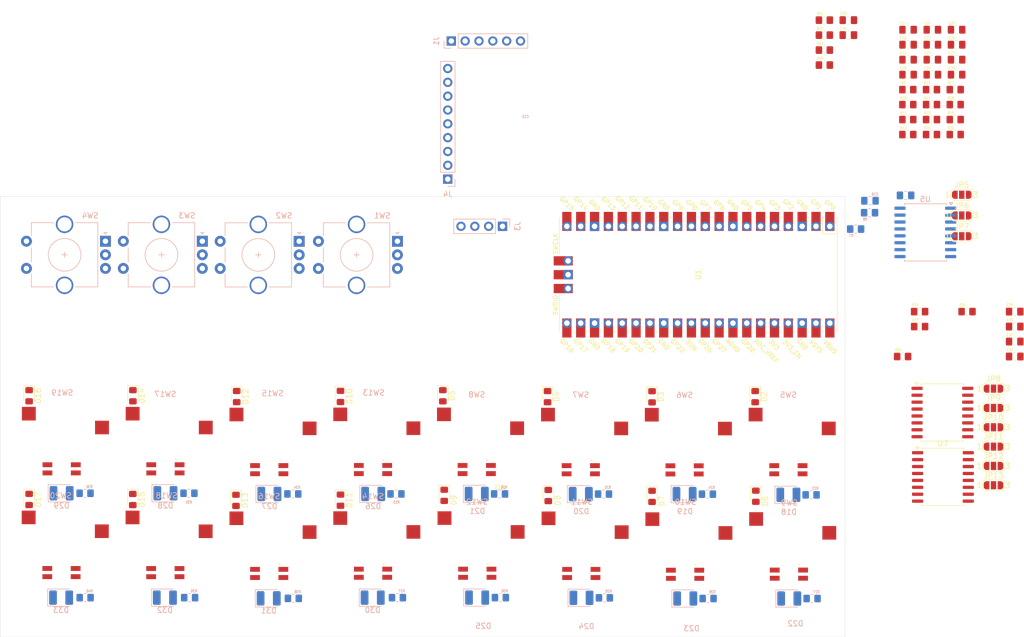
<source format=kicad_pcb>
(kicad_pcb (version 20240108) (generator "pcbnew") (generator_version "8.0")
  (layers (0 "F.Cu" signal) (31 "B.Cu" signal) (34 "B.Paste" user) (35 "F.Paste" user) (36 "B.SilkS" user "B.Silkscreen") (37 "F.SilkS" user "F.Silkscreen") (38 "B.Mask" user) (39 "F.Mask" user) (44 "Edge.Cuts" user))
  (net 0 "")
  (net 1 "/CD")
  (net 4 "/CMD")
  (net 6 "/CLK")
  (net 8 "/DAT0")
  (net 11 "Net-(D2-A)")
  (net 12 "/Pin4")
  (net 13 "Net-(D3-A)")
  (net 14 "Net-(D4-A)")
  (net 15 "Net-(D5-A)")
  (net 16 "GND")
  (net 17 "Net-(D6-A)")
  (net 18 "/Pin5")
  (net 19 "/+5V")
  (net 20 "Net-(D7-A)")
  (net 21 "Net-(D8-A)")
  (net 22 "Net-(D9-A)")
  (net 23 "Net-(D10-A)")
  (net 24 "/Pin6")
  (net 25 "Net-(D11-A)")
  (net 26 "/Pin7")
  (net 27 "Net-(D12-A)")
  (net 28 "Net-(D13-A)")
  (net 29 "Net-(D14-A)")
  (net 30 "/LRCK")
  (net 31 "/DIN")
  (net 32 "Net-(D15-A)")
  (net 33 "/BCK")
  (net 34 "Net-(D16-A)")
  (net 35 "Net-(D17-A)")
  (net 36 "/Pin0")
  (net 37 "/Pin1")
  (net 38 "/Pin2")
  (net 39 "/Pin3")
  (net 41 "/+3V3")
  (net 42 "Net-(JP5-C)")
  (net 43 "Net-(JP6-C)")
  (net 44 "Net-(JP7-C)")
  (net 45 "/Encoder0_Sw")
  (net 46 "/Encoder0_B")
  (net 47 "/Encoder0_A")
  (net 48 "/Encoder2_A")
  (net 49 "/Encoder2_B")
  (net 50 "/Encoder2_Sw")
  (net 51 "/Encoder1_A")
  (net 52 "/Encoder1_B")
  (net 53 "/Encoder3_A")
  (net 54 "/Encoder3_B")
  (net 55 "/Encoder1_Sw")
  (net 56 "/Encoder3_Sw")
  (net 57 "Net-(R9-Pad2)")
  (net 58 "Net-(R10-Pad2)")
  (net 59 "Net-(R11-Pad2)")
  (net 60 "Net-(R12-Pad1)")
  (net 61 "Net-(R13-Pad2)")
  (net 62 "Net-(R14-Pad1)")
  (net 63 "Net-(R15-Pad2)")
  (net 64 "Net-(R16-Pad2)")
  (net 65 "Net-(R17-Pad2)")
  (net 66 "Net-(R18-Pad2)")
  (net 67 "Net-(R19-Pad1)")
  (net 68 "Net-(R20-Pad1)")
  (net 69 "Net-(JP8-C)")
  (net 70 "Net-(JP9-C)")
  (net 71 "Net-(JP10-C)")
  (net 72 "Net-(JP11-C)")
  (net 73 "Net-(JP12-C)")
  (net 74 "Net-(JP13-C)")
  (net 75 "/SCL_Bus_1")
  (net 76 "/SDA_Bus_1")
  (net 77 "/SDA_Bus_0")
  (net 78 "/SCL_Bus_0")
  (net 79 "Net-(D18-A)")
  (net 80 "Net-(D19-A)")
  (net 81 "Net-(D20-A)")
  (net 82 "Net-(D21-A)")
  (net 83 "Net-(D22-A)")
  (net 84 "Net-(D23-A)")
  (net 85 "Net-(D24-A)")
  (net 86 "Net-(D25-A)")
  (net 87 "Net-(D26-A)")
  (net 88 "Net-(D27-A)")
  (net 89 "Net-(D28-A)")
  (net 90 "Net-(D29-A)")
  (net 91 "Net-(D30-A)")
  (net 92 "Net-(D31-A)")
  (net 93 "Net-(D32-A)")
  (net 94 "Net-(D33-A)")
  (net 95 "/LED_Pin7")
  (net 96 "/LED_Pin6")
  (net 97 "/LED_Pin4")
  (net 98 "/LED_Pin2")
  (net 99 "/LED_Pin1")
  (net 101 "/LED_Pin0")
  (net 102 "/LED_Pin5")
  (net 103 "/LED_Pin3")
  (net 104 "/LED_Pin10")
  (net 105 "/LED_Pin14")
  (net 106 "/LED_Pin15")
  (net 107 "/LED_Pin8")
  (net 108 "/LED_Pin13")
  (net 109 "/LED_Pin12")
  (net 110 "/LED_Pin9")
  (net 112 "/LED_Pin11")
  (net 118 "/2")
  (net 119 "/L")
  (net 120 "/R")
  (net 121 "/1")
  (net 122 "/G")
  (net 123 "/3")
  (net 124 "/5")
  (net 125 "/4")
  (footprint "Diode_SMD:D_0805_2012Metric_Pad1.15x1.40mm_HandSolder" (layer "F.Cu") (at 58.528 104.911 -90)
    (property "Reference" "D14")
    (property "Value" "1N4148WS")
  )
  (footprint "Cern_Ignition:R_0805_2012Metric_Pad1.20x1.40mm_HandSolder_modif" (layer "F.Cu") (at 205.1 54.181)
    (property "Reference" "R15")
    (property "Value" "1k")
  )
  (footprint "Diode_SMD:D_0805_2012Metric_Pad1.15x1.40mm_HandSolder" (layer "F.Cu") (at 77.4465 124.1234 -90)
    (property "Reference" "D13")
    (property "Value" "1N4148WS")
  )
  (footprint "Cern_Ignition:C_0805_2012Metric_Pad1.18x1.45mm_HandSolder_modif" (layer "F.Cu") (at 209.7 43.181)
    (property "Reference" "C27")
    (property "Value" "100nF")
  )
  (footprint "Diode_SMD:D_0805_2012Metric_Pad1.15x1.40mm_HandSolder" (layer "F.Cu") (at 134.758 123.239 -90)
    (property "Reference" "D8")
    (property "Value" "1N4148WS")
  )
  (footprint "Cern_Ignition:R_0805_2012Metric_Pad1.20x1.40mm_HandSolder_modif" (layer "F.Cu") (at 199.798 97.703)
    (property "Reference" "R32")
    (property "Value" "4.7k")
  )
  (footprint "Jumper:SolderJumper-3_P1.3mm_Open_RoundedPad1.0x1.5mm_NumberLabels" (layer "F.Cu") (at 216.477 103.603)
    (property "Reference" "JP8")
    (property "Value" "A0_Jumper")
  )
  (footprint "Diode_SMD:D_0805_2012Metric_Pad1.15x1.40mm_HandSolder" (layer "F.Cu") (at 96.628 124.088 -90)
    (property "Reference" "D11")
    (property "Value" "1N4148WS")
  )
  (footprint "Cern_Ignition:R_0805_2012Metric_Pad1.20x1.40mm_HandSolder_modif" (layer "F.Cu") (at 205.1 48.681)
    (property "Reference" "R13")
    (property "Value" "1k")
  )
  (footprint "Cern_Ignition:C_0805_2012Metric_Pad1.18x1.45mm_HandSolder_modif" (layer "F.Cu") (at 205.25 45.931)
    (property "Reference" "C24")
    (property "Value" "100nF")
  )
  (footprint "Jumper:SolderJumper-3_P1.3mm_Open_RoundedPad1.0x1.5mm_NumberLabels" (layer "F.Cu") (at 210.649236 75.609)
    (property "Reference" "JP7")
    (property "Value" "A2_Jumper")
  )
  (footprint "Cern_Ignition:C_0805_2012Metric_Pad1.18x1.45mm_HandSolder_modif" (layer "F.Cu") (at 209.7 37.681)
    (property "Reference" "C25")
    (property "Value" "100nF")
  )
  (footprint "Cern_Ignition:R_0805_2012Metric_Pad1.20x1.40mm_HandSolder_modif" (layer "F.Cu") (at 185.436 44.17)
    (property "Reference" "R44")
    (property "Value" "10k")
  )
  (footprint "Diode_SMD:D_0805_2012Metric_Pad1.15x1.40mm_HandSolder" (layer "F.Cu") (at 115.6655 123.199 -90)
    (property "Reference" "D9")
    (property "Value" "1N4148WS")
  )
  (footprint "Cern_Ignition:R_0805_2012Metric_Pad1.20x1.40mm_HandSolder_modif" (layer "F.Cu") (at 205.1 51.431)
    (property "Reference" "R14")
    (property "Value" "1k")
  )
  (footprint "Cern_Ignition:R_0805_2012Metric_Pad1.20x1.40mm_HandSolder_modif" (layer "F.Cu") (at 185.436 41.42)
    (property "Reference" "R43")
    (property "Value" "10k")
  )
  (footprint "Jumper:SolderJumper-3_P1.3mm_Open_RoundedPad1.0x1.5mm_NumberLabels" (layer "F.Cu") (at 216.477 121.353)
    (property "Reference" "JP13")
    (property "Value" "A2_Jumper")
  )
  (footprint "Cern_Ignition:R_0805_2012Metric_Pad1.20x1.40mm_HandSolder_modif" (layer "F.Cu") (at 185.436 38.67)
    (property "Reference" "R42")
    (property "Value" "10k")
  )
  (footprint "Pi_Pico:RPi_Pico_SMD_TH" (layer "F.Cu") (at 162.306 82.677 -90)
    (property "Reference" "U1")
    (property "Value" "Pico")
  )
  (footprint "Cern_Ignition:C_0805_2012Metric_Pad1.18x1.45mm_HandSolder_modif" (layer "F.Cu") (at 205.25 43.181)
    (property "Reference" "C23")
    (property "Value" "100nF")
  )
  (footprint "Diode_SMD:D_0805_2012Metric_Pad1.15x1.40mm_HandSolder" (layer "F.Cu") (at 134.631 105.078 -90)
    (property "Reference" "D4")
    (property "Value" "1N4148WS")
  )
  (footprint "Diode_SMD:D_0805_2012Metric_Pad1.15x1.40mm_HandSolder" (layer "F.Cu") (at 96.628 105.038 -90)
    (property "Reference" "D10")
    (property "Value" "1N4148WS")
  )
  (footprint "Jumper:SolderJumper-3_P1.3mm_Open_RoundedPad1.0x1.5mm_NumberLabels" (layer "F.Cu") (at 216.477 117.803)
    (property "Reference" "JP12")
    (property "Value" "A1_Jumper")
  )
  (footprint "Cern_Ignition:C_0805_2012Metric_Pad1.18x1.45mm_HandSolder_modif" (layer "F.Cu") (at 189.836 35.92)
    (property "Reference" "C33")
    (property "Value" "2.2uF")
  )
  (footprint "Cern_Ignition:C_0805_2012Metric_Pad1.18x1.45mm_HandSolder_modif" (layer "F.Cu") (at 200.8 45.931)
    (property "Reference" "C20")
    (property "Value" "100nF")
  )
  (footprint "Cern_Ignition:C_0805_2012Metric_Pad1.18x1.45mm_HandSolder_modif" (layer "F.Cu") (at 209.7 40.431)
    (property "Reference" "C26")
    (property "Value" "100nF")
  )
  (footprint "Cern_Ignition:R_0805_2012Metric_Pad1.20x1.40mm_HandSolder_modif" (layer "F.Cu") (at 209.45 56.931)
    (property "Reference" "R20")
    (property "Value" "1k")
  )
  (footprint "Cern_Ignition:C_0805_2012Metric_Pad1.18x1.45mm_HandSolder_modif" (layer "F.Cu") (at 220.367 89.453)
    (property "Reference" "C29")
    (property "Value" "2.2uF")
  )
  (footprint "Diode_SMD:D_0805_2012Metric_Pad1.15x1.40mm_HandSolder" (layer "F.Cu") (at 58.5075 123.971 -90)
    (property "Reference" "D15")
    (property "Value" "1N4148WS")
  )
  (footprint "Cern_Ignition:R_0805_2012Metric_Pad1.20x1.40mm_HandSolder_modif" (layer "F.Cu") (at 202.917 92.203)
    (property "Reference" "R22")
    (property "Value" "4.7k")
  )
  (footprint "Diode_SMD:D_0805_2012Metric_Pad1.15x1.40mm_HandSolder" (layer "F.Cu") (at 77.578 105.0634 -90)
    (property "Reference" "D12")
    (property "Value" "1N4148WS")
  )
  (footprint "Cern_Ignition:R_0805_2012Metric_Pad1.20x1.40mm_HandSolder_modif" (layer "F.Cu") (at 200.75 54.181)
    (property "Reference" "R11")
    (property "Value" "1k")
  )
  (footprint "Diode_SMD:D_0805_2012Metric_Pad1.15x1.40mm_HandSolder" (layer "F.Cu") (at 153.808 123.3914 -90)
    (property "Reference" "D7")
    (property "Value" "1N4148WS")
  )
  (footprint "Diode_SMD:D_0805_2012Metric_Pad1.15x1.40mm_HandSolder" (layer "F.Cu") (at 153.808 105.1034 -90)
    (property "Reference" "D3")
    (property "Value" "1N4148WS")
  )
  (footprint "Cern_Ignition:C_0805_2012Metric_Pad1.18x1.45mm_HandSolder_modif" (layer "F.Cu") (at 220.367 94.953)
    (property "Reference" "C31")
    (property "Value" "2.2uF")
  )
  (footprint "Cern_Ignition:R_0805_2012Metric_Pad1.20x1.40mm_HandSolder_modif" (layer "F.Cu") (at 209.45 54.181)
    (property "Reference" "R19")
    (property "Value" "1k")
  )
  (footprint "Cern_Ignition:C_0805_2012Metric_Pad1.18x1.45mm_HandSolder_modif" (layer "F.Cu") (at 200.8 37.681)
    (property "Reference" "C17")
    (property "Value" "100nF")
  )
  (footprint "Cern_Ignition:R_0805_2012Metric_Pad1.20x1.40mm_HandSolder_modif" (layer "F.Cu") (at 209.45 51.431)
    (property "Reference" "R18")
    (property "Value" "1k")
  )
  (footprint "Cern_Ignition:R_0805_2012Metric_Pad1.20x1.40mm_HandSolder_modif" (layer "F.Cu") (at 211.617 89.453)
    (property "Reference" "R31")
    (property "Value" "4.7k")
  )
  (footprint "Cern_Ignition:C_0805_2012Metric_Pad1.18x1.45mm_HandSolder_modif" (layer "F.Cu") (at 200.8 43.181)
    (property "Reference" "C19")
    (property "Value" "100nF")
  )
  (footprint "Cern_Ignition:C_0805_2012Metric_Pad1.18x1.45mm_HandSolder_modif" (layer "F.Cu") (at 205.25 40.431)
    (property "Reference" "C22")
    (property "Value" "100nF")
  )
  (footprint "Cern_Ignition:C_0805_2012Metric_Pad1.18x1.45mm_HandSolder_modif" (layer "F.Cu") (at 220.367 97.703)
    (property "Reference" "C32")
    (property "Value" "100nF")
  )
  (footprint "Diode_SMD:D_0805_2012Metric_Pad1.15x1.40mm_HandSolder" (layer "F.Cu") (at 39.478 104.911 -90)
    (property "Reference" "D16")
    (property "Value" "1N4148WS")
  )
  (footprint "Cern_Ignition:R_0805_2012Metric_Pad1.20x1.40mm_HandSolder_modif" (layer "F.Cu") (at 185.436 35.92)
    (property "Reference" "R41")
    (property "Value" "10k")
  )
  (footprint "Cern_Ignition:R_0805_2012Metric_Pad1.20x1.40mm_HandSolder_modif" (layer "F.Cu") (at 200.75 56.931)
    (property "Reference" "R12")
    (property "Value" "1k")
  )
  (footprint "Cern_Ignition:C_0805_2012Metric_Pad1.18x1.45mm_HandSolder_modif" (layer "F.Cu") (at 220.367 92.203)
    (property "Reference" "C30")
    (property "Value" "100nF")
  )
  (footprint "Jumper:SolderJumper-3_P1.3mm_Open_RoundedPad1.0x1.5mm_NumberLabels" (layer "F.Cu") (at 216.477 114.253)
    (property "Reference" "JP11")
    (property "Value" "A0_Jumper")
  )
  (footprint "Package_SO:SOIC-16W_7.5x10.3mm_P1.27mm" (layer "F.Cu") (at 207.197 119.823)
    (property "Reference" "U7")
    (property "Value" "PCF8574")
  )
  (footprint "Jumper:SolderJumper-3_P1.3mm_Open_RoundedPad1.0x1.5mm_NumberLabels" (layer "F.Cu") (at 216.477 107.153)
    (property "Reference" "JP9")
    (property "Value" "A1_Jumper")
  )
  (footprint "Diode_SMD:D_0805_2012Metric_Pad1.15x1.40mm_HandSolder" (layer "F.Cu") (at 172.858 123.366 -90)
    (property "Reference" "D6")
    (property "Value" "1N4148WS")
  )
  (footprint "Jumper:SolderJumper-3_P1.3mm_Open_RoundedPad1.0x1.5mm_NumberLabels" (layer "F.Cu") (at 210.649236 71.799)
    (property "Reference" "JP6")
    (property "Value" "A1_Jumper")
  )
  (footprint "Cern_Ignition:R_0805_2012Metric_Pad1.20x1.40mm_HandSolder_modif" (layer "F.Cu") (at 200.75 51.431)
    (property "Reference" "R10")
    (property "Value" "1k")
  )
  (footprint "Cern_Ignition:R_0805_2012Metric_Pad1.20x1.40mm_HandSolder_modif" (layer "F.Cu") (at 209.45 48.681)
    (property "Reference" "R17")
    (property "Value" "1k")
  )
  (footprint "Package_SO:SOIC-16W_7.5x10.3mm_P1.27mm" (layer "F.Cu") (at 207.099 107.99)
    (property "Reference" "U6")
    (property "Value" "PCF8574")
  )
  (footprint "Jumper:SolderJumper-3_P1.3mm_Open_RoundedPad1.0x1.5mm_NumberLabels" (layer "F.Cu") (at 210.649236 67.989)
    (property "Reference" "JP5")
    (property "Value" "A0_Jumper")
  )
  (footprint "Diode_SMD:D_0805_2012Metric_Pad1.15x1.40mm_HandSolder" (layer "F.Cu") (at 115.4115 104.911 -90)
    (property "Reference" "D5")
    (property "Value" "1N4148WS")
  )
  (footprint "Cern_Ignition:C_0805_2012Metric_Pad1.18x1.45mm_HandSolder_modif" (layer "F.Cu") (at 189.836 38.67)
    (property "Reference" "C34")
    (property "Value" "100nF")
  )
  (footprint "Diode_SMD:D_0805_2012Metric_Pad1.15x1.40mm_HandSolder" (layer "F.Cu") (at 172.731 105.078 -90)
    (property "Reference" "D2")
    (property "Value" "1N4148WS")
  )
  (footprint "Cern_Ignition:R_0805_2012Metric_Pad1.20x1.40mm_HandSolder_modif" (layer "F.Cu") (at 202.917 89.453)
    (property "Reference" "R21")
    (property "Value" "4.7k")
  )
  (footprint "Cern_Ignition:R_0805_2012Metric_Pad1.20x1.40mm_HandSolder_modif" (layer "F.Cu") (at 205.1 56.931)
    (property "Reference" "R16")
    (property "Value" "1k")
  )
  (footprint "Cern_Ignition:C_0805_2012Metric_Pad1.18x1.45mm_HandSolder_modif" (layer "F.Cu") (at 200.8 40.431)
    (property "Reference" "C18")
    (property "Value" "100nF")
  )
  (footprint "Jumper:SolderJumper-3_P1.3mm_Open_RoundedPad1.0x1.5mm_NumberLabels" (layer "F.Cu") (at 216.477 110.703)
    (property "Reference" "JP10")
    (property "Value" "A2_Jumper")
  )
  (footprint "Cern_Ignition:C_0805_2012Metric_Pad1.18x1.45mm_HandSolder_modif" (layer "F.Cu") (at 205.25 37.681)
    (property "Reference" "C21")
    (property "Value" "100nF")
  )
  (footprint "Cern_Ignition:C_0805_2012Metric_Pad1.18x1.45mm_HandSolder_modif" (layer "F.Cu") (at 209.7 45.931)
    (property "Reference" "C28")
    (property "Value" "100nF")
  )
  (footprint "Cern_Ignition:R_0805_2012Metric_Pad1.20x1.40mm_HandSolder_modif" (layer "F.Cu") (at 200.75 48.681)
    (property "Reference" "R9")
    (property "Value" "1k")
  )
  (footprint "Diode_SMD:D_0805_2012Metric_Pad1.15x1.40mm_HandSolder" (layer "F.Cu") (at 39.481 123.961 -90)
    (property "Reference" "D17")
    (property "Value" "1N4148WS")
  )
  (footprint "Cherry_MX_switches:Cherry-MX_PCB-Mounted_LTST-A683CEGBW_Kailh_Socket" (layer "B.Cu") (at 178.9225 132.628 180)
    (property "Reference" "SW9")
    (property "Value" "SW_Push_45deg")
    (fp_poly (pts (xy 1.7 -6.55) (xy -1.7 -6.55) (xy -1.7 -3.55) (xy 1.7 -3.55)) (stroke (width 0.01)) (fill none) (layer "Edge.Cuts"))
  )
  (footprint "LED_SMD:LED_1210_3225Metric_Pad1.42x2.65mm_HandSolder" (layer "B.Cu") (at 83.4515 142.123)
    (property "Reference" "D31")
    (property "Value" "LED")
  )
  (footprint "Cern_Ignition:R_0805_2012Metric_Pad1.20x1.40mm_HandSolder_modif" (layer "B.Cu") (at 87.881 122.946 180)
    (property "Reference" "R34")
    (property "Value" "1k")
  )
  (footprint "Cern_Ignition:C_0805_2012Metric_Pad1.18x1.45mm_HandSolder_modif" (layer "B.Cu") (at 193.802 69.088 180)
    (property "Reference" "C16")
    (property "Value" "2.2uF")
  )
  (footprint "Lame_Lib:RotaryEncoder_Alps_EC11E-Switch_Vertical_H20mm_CircularMountingHoles" (layer "B.Cu") (at 71.269 76.522 180)
    (property "Reference" "SW3")
    (property "Value" "RotaryEncoder_Switch_MP")
  )
  (footprint "Cern_Ignition:R_0805_2012Metric_Pad1.20x1.40mm_HandSolder_modif" (layer "B.Cu") (at 183.1815 142.153 180)
    (property "Reference" "R27")
    (property "Value" "1k")
  )
  (footprint "Cherry_MX_switches:Cherry-MX_PCB-Mounted_LTST-A683CEGBW_Kailh_Socket" (layer "B.Cu") (at 121.73 132.461 180)
    (property "Reference" "SW12")
    (property "Value" "SW_Push_45deg")
    (fp_poly (pts (xy 1.7 -6.55) (xy -1.7 -6.55) (xy -1.7 -3.55) (xy 1.7 -3.55)) (stroke (width 0.01)) (fill none) (layer "Edge.Cuts"))
  )
  (footprint "LED_SMD:LED_1210_3225Metric_Pad1.42x2.65mm_HandSolder" (layer "B.Cu") (at 121.7025 141.986)
    (property "Reference" "D25")
    (property "Value" "LED")
  )
  (footprint "Cherry_MX_switches:Cherry-MX_PCB-Mounted_LTST-A683CEGBW_Kailh_Socket" (layer "B.Cu") (at 140.727 113.451 180)
    (property "Reference" "SW7")
    (property "Value" "SW_Push_45deg")
    (fp_poly (pts (xy 1.7 -6.55) (xy -1.7 -6.55) (xy -1.7 -3.55) (xy 1.7 -3.55)) (stroke (width 0.01)) (fill none) (layer "Edge.Cuts"))
  )
  (footprint "Cherry_MX_switches:Cherry-MX_PCB-Mounted_LTST-A683CEGBW_Kailh_Socket" (layer "B.Cu") (at 140.8225 132.501 180)
    (property "Reference" "SW11")
    (property "Value" "SW_Push_45deg")
    (fp_poly (pts (xy 1.7 -6.55) (xy -1.7 -6.55) (xy -1.7 -3.55) (xy 1.7 -3.55)) (stroke (width 0.01)) (fill none) (layer "Edge.Cuts"))
  )
  (footprint "LED_SMD:LED_1210_3225Metric_Pad1.42x2.65mm_HandSolder" (layer "B.Cu") (at 102.538 141.996)
    (property "Reference" "D30")
    (property "Value" "LED")
  )
  (footprint "Connector_PinSocket_2.54mm:PinSocket_1x04_P2.54mm_Vertical" (layer "B.Cu") (at 126.365 73.787 90)
    (property "Reference" "J3")
    (property "Value" "Conn_01x04_Socket")
  )
  (footprint "Cern_Ignition:C_0805_2012Metric_Pad1.18x1.45mm_HandSolder_modif" (layer "B.Cu") (at 200.3375 68.116)
    (property "Reference" "C15")
    (property "Value" "100nF")
  )
  (footprint "LED_SMD:LED_1210_3225Metric_Pad1.42x2.65mm_HandSolder" (layer "B.Cu") (at 140.854 142.026)
    (property "Reference" "D24")
    (property "Value" "LED")
  )
  (footprint "LED_SMD:LED_1210_3225Metric_Pad1.42x2.65mm_HandSolder" (layer "B.Cu") (at 178.827 123.103)
    (property "Reference" "D18")
    (property "Value" "LED")
  )
  (footprint "LED_SMD:LED_1210_3225Metric_Pad1.42x2.65mm_HandSolder" (layer "B.Cu") (at 45.3515 141.996)
    (property "Reference" "D33")
    (property "Value" "LED")
  )
  (footprint "Cern_Ignition:R_0805_2012Metric_Pad1.20x1.40mm_HandSolder_modif" (layer "B.Cu") (at 193.728 71.291)
    (property "Reference" "R8")
    (property "Value" "4.7k")
  )
  (footprint "Cherry_MX_switches:Cherry-MX_PCB-Mounted_LTST-A683CEGBW_Kailh_Socket" (layer "B.Cu") (at 102.597 113.411 180)
    (property "Reference" "SW13")
    (property "Value" "SW_Push_45deg")
    (fp_poly (pts (xy 1.7 -6.55) (xy -1.7 -6.55) (xy -1.7 -3.55) (xy 1.7 -3.55)) (stroke (width 0.01)) (fill none) (layer "Edge.Cuts"))
  )
  (footprint "Cern_Ignition:R_0805_2012Metric_Pad1.20x1.40mm_HandSolder_modif" (layer "B.Cu") (at 144.905 122.966 180)
    (property "Reference" "R25")
    (property "Value" "1k")
  )
  (footprint "Cherry_MX_switches:Cherry-MX_PCB-Mounted_LTST-A683CEGBW_Kailh_Socket" (layer "B.Cu") (at 159.777 113.4764 180)
    (property "Reference" "SW6")
    (property "Value" "SW_Push_45deg")
    (fp_poly (pts (xy 1.7 -6.55) (xy -1.7 -6.55) (xy -1.7 -3.55) (xy 1.7 -3.55)) (stroke (width 0.01)) (fill none) (layer "Edge.Cuts"))
  )
  (footprint "Cern_Ignition:R_0805_2012Metric_Pad1.20x1.40mm_HandSolder_modif" (layer "B.Cu") (at 49.752 122.819 180)
    (property "Reference" "R36")
    (property "Value" "1k")
  )
  (footprint "Cherry_MX_switches:Cherry-MX_PCB-Mounted_LTST-A683CEGBW_Kailh_Socket" (layer "B.Cu") (at 83.547 113.4364 180)
    (property "Reference" "SW15")
    (property "Value" "SW_Push_45deg")
    (fp_poly (pts (xy 1.7 -6.55) (xy -1.7 -6.55) (xy -1.7 -3.55) (xy 1.7 -3.55)) (stroke (width 0.01)) (fill none) (layer "Edge.Cuts"))
  )
  (footprint "LED_SMD:LED_1210_3225Metric_Pad1.42x2.65mm_HandSolder" (layer "B.Cu") (at 64.4015 141.996)
    (property "Reference" "D32")
    (property "Value" "LED")
  )
  (footprint "LED_SMD:LED_1210_3225Metric_Pad1.42x2.65mm_HandSolder" (layer "B.Cu") (at 159.777 122.976)
    (property "Reference" "D19")
    (property "Value" "LED")
  )
  (footprint "Lame_Lib:RotaryEncoder_Alps_EC11E-Switch_Vertical_H20mm_CircularMountingHoles" (layer "B.Cu") (at 107.079 76.534 180)
    (property "Reference" "SW1")
    (property "Value" "RotaryEncoder_Switch_MP")
  )
  (footprint "LED_SMD:LED_1210_3225Metric_Pad1.42x2.65mm_HandSolder" (layer "B.Cu") (at 140.727 122.976)
    (property "Reference" "D20")
    (property "Value" "LED")
  )
  (footprint "Cern_Ignition:R_0805_2012Metric_Pad1.20x1.40mm_HandSolder_modif" (layer "B.Cu") (at 49.765 141.996 180)
    (property "Reference" "R40")
    (property "Value" "1k")
  )
  (footprint "Cherry_MX_switches:Cherry-MX_PCB-Mounted_LTST-A683CEGBW_Kailh_Socket" (layer "B.Cu") (at 159.8725 132.6534 180)
    (property "Reference" "SW10")
    (property "Value" "SW_Push_45deg")
    (fp_poly (pts (xy 1.7 -6.55) (xy -1.7 -6.55) (xy -1.7 -3.55) (xy 1.7 -3.55)) (stroke (width 0.01)) (fill none) (layer "Edge.Cuts"))
  )
  (footprint "Cherry_MX_switches:Cherry-MX_PCB-Mounted_LTST-A683CEGBW_Kailh_Socket" (layer "B.Cu") (at 83.5425 132.4964 180)
    (property "Reference" "SW16")
    (property "Value" "SW_Push_45deg")
    (fp_poly (pts (xy 1.7 -6.55) (xy -1.7 -6.55) (xy -1.7 -3.55) (xy 1.7 -3.55)) (stroke (width 0.01)) (fill none) (layer "Edge.Cuts"))
  )
  (footprint "LED_SMD:LED_1210_3225Metric_Pad1.42x2.65mm_HandSolder" (layer "B.Cu") (at 64.497 122.819)
    (property "Reference" "D28")
    (property "Value" "LED")
  )
  (footprint "LED_SMD:LED_1210_3225Metric_Pad1.42x2.65mm_HandSolder" (layer "B.Cu") (at 102.6335 122.946)
    (property "Reference" "D26")
    (property "Value" "LED")
  )
  (footprint "Cern_Ignition:R_0805_2012Metric_Pad1.20x1.40mm_HandSolder_modif" (layer "B.Cu") (at 68.815 122.819 180)
    (property "Reference" "R35")
    (property "Value" "1k")
  )
  (footprint "LED_SMD:LED_1210_3225Metric_Pad1.42x2.65mm_HandSolder" (layer "B.Cu") (at 121.6345 122.936)
    (property "Reference" "D21")
    (property "Value" "LED")
  )
  (footprint "LED_SMD:LED_1210_3225Metric_Pad1.42x2.65mm_HandSolder" (layer "B.Cu") (at 83.579 122.946)
    (property "Reference" "D27")
    (property "Value" "LED")
  )
  (footprint "Connector_PinSocket_2.54mm:PinSocket_1x06_P2.54mm_Vertical" (layer "B.Cu") (at 116.967 39.751 -90)
    (property "Reference" "J1")
    (property "Value" "Conn_01x06_Socket")
  )
  (footprint "Cherry_MX_switches:Cherry-MX_PCB-Mounted_LTST-A683CEGBW_Kailh_Socket" (layer "B.Cu") (at 45.447 113.284 180)
    (property "Reference" "SW19")
    (property "Value" "SW_Push_45deg")
    (fp_poly (pts (xy 1.7 -6.55) (xy -1.7 -6.55) (xy -1.7 -3.55) (xy 1.7 -3.55)) (stroke (width 0.01)) (fill none) (layer "Edge.Cuts"))
  )
  (footprint "Cern_Ignition:R_0805_2012Metric_Pad1.20x1.40mm_HandSolder_modif" (layer "B.Cu") (at 191.1725 74.295)
    (property "Reference" "R7")
    (property "Value" "4.7k")
  )
  (footprint "Cern_Ignition:R_0805_2012Metric_Pad1.20x1.40mm_HandSolder_modif" (layer "B.Cu") (at 125.8255 122.946 180)
    (property "Reference" "R26")
    (property "Value" "1k")
  )
  (footprint "Lame_Lib:RotaryEncoder_Alps_EC11E-Switch_Vertical_H20mm_CircularMountingHoles" (layer "B.Cu") (at 53.489 76.522 180)
    (property "Reference" "SW4")
    (property "Value" "RotaryEncoder_Switch_MP")
  )
  (footprint "Cern_Ignition:R_0805_2012Metric_Pad1.20x1.40mm_HandSolder_modif" (layer "B.Cu") (at 87.976 142.123 180)
    (property "Reference" "R38")
    (property "Value" "1k")
  )
  (footprint "Lame_Lib:RotaryEncoder_Alps_EC11E-Switch_Vertical_H20mm_CircularMountingHoles" (layer "B.Cu") (at 89.049 76.534 180)
    (property "Reference" "SW2")
    (property "Value" "RotaryEncoder_Switch_MP")
  )
  (footprint "Cern_Ignition:R_0805_2012Metric_Pad1.20x1.40mm_HandSolder_modif" (layer "B.Cu") (at 106.8085 122.946 180)
    (property "Reference" "R33")
    (property "Value" "1k")
  )
  (footprint "Cern_Ignition:R_0805_2012Metric_Pad1.20x1.40mm_HandSolder_modif" (layer "B.Cu") (at 125.973 141.986 180)
    (property "Reference" "R30")
    (property "Value" "1k")
  )
  (footprint "Cherry_MX_switches:Cherry-MX_PCB-Mounted_LTST-A683CEGBW_Kailh_Socket" (layer "B.Cu") (at 64.4765 132.344 180)
    (property "Reference" "SW18")
    (property "Value" "SW_Push_45deg")
    (fp_poly (pts (xy 1.7 -6.55) (xy -1.7 -6.55) (xy -1.7 -3.55) (xy 1.7 -3.55)) (stroke (width 0.01)) (fill none) (layer "Edge.Cuts"))
  )
  (footprint "LED_SMD:LED_1210_3225Metric_Pad1.42x2.65mm_HandSolder" (layer "B.Cu") (at 159.904 142.153)
    (property "Reference" "D23")
    (property "Value" "LED")
  )
  (footprint "Cherry_MX_switches:Cherry-MX_PCB-Mounted_LTST-A683CEGBW_Kailh_Socket" (layer "B.Cu") (at 121.6345 113.411 180)
    (property "Reference" "SW8")
    (property "Value" "SW_Push_45deg")
    (fp_poly (pts (xy 1.7 -6.55) (xy -1.7 -6.55) (xy -1.7 -3.55) (xy 1.7 -3.55)) (stroke (width 0.01)) (fill none) (layer "Edge.Cuts"))
  )
  (footprint "Cherry_MX_switches:Cherry-MX_PCB-Mounted_LTST-A683CEGBW_Kailh_Socket" (layer "B.Cu") (at 64.497 113.284 180)
    (property "Reference" "SW17")
    (property "Value" "SW_Push_45deg")
    (fp_poly (pts (xy 1.7 -6.55) (xy -1.7 -6.55) (xy -1.7 -3.55) (xy 1.7 -3.55)) (stroke (width 0.01)) (fill none) (layer "Edge.Cuts"))
  )
  (footprint "Cherry_MX_switches:Cherry-MX_PCB-Mounted_LTST-A683CEGBW_Kailh_Socket" (layer "B.Cu") (at 45.4155 132.334 180)
    (property "Reference" "SW20")
    (property "Value" "SW_Push_45deg")
    (fp_poly (pts (xy 1.7 -6.55) (xy -1.7 -6.55) (xy -1.7 -3.55) (xy 1.7 -3.55)) (stroke (width 0.01)) (fill none) (layer "Edge.Cuts"))
  )
  (footprint "Cherry_MX_switches:Cherry-MX_PCB-Mounted_LTST-A683CEGBW_Kailh_Socket" (layer "B.Cu") (at 178.827 113.451 180)
    (property "Reference" "SW5")
    (property "Value" "SW_Push_45deg")
    (fp_poly (pts (xy 1.7 -6.55) (xy -1.7 -6.55) (xy -1.7 -3.55) (xy 1.7 -3.55)) (stroke (width 0.01)) (fill none) (layer "Edge.Cuts"))
  )
  (footprint "Cern_Ignition:R_0805_2012Metric_Pad1.20x1.40mm_HandSolder_modif" (layer "B.Cu") (at 107.0785 141.996 180)
    (property "Reference" "R37")
    (property "Value" "1k")
  )
  (footprint "Package_SO:SOIC-16W_7.5x10.3mm_P1.27mm" (layer "B.Cu") (at 203.962 74.904 180)
    (property "Reference" "U5")
    (property "Value" "PCF8574")
  )
  (footprint "Cern_Ignition:R_0805_2012Metric_Pad1.20x1.40mm_HandSolder_modif" (layer "B.Cu") (at 145.061 142.026 180)
    (property "Reference" "R29")
    (property "Value" "1k")
  )
  (footprint "LED_SMD:LED_1210_3225Metric_Pad1.42x2.65mm_HandSolder" (layer "B.Cu") (at 178.9905 142.153)
    (property "Reference" "D22")
    (property "Value" "LED")
  )
  (footprint "LED_SMD:LED_1210_3225Metric_Pad1.42x2.65mm_HandSolder" (layer "B.Cu") (at 45.447 122.819)
    (property "Reference" "D29")
    (property "Value" "LED")
  )
  (footprint "Connector_PinSocket_2.54mm:PinSocket_1x09_P2.54mm_Vertical" (layer "B.Cu") (at 116.317 65.126)
    (property "Reference" "J4")
    (property "Value" "Conn_01x09_Socket")
  )
  (footprint "Cern_Ignition:R_0805_2012Metric_Pad1.20x1.40mm_HandSolder_modif" (layer "B.Cu") (at 163.965 122.986 180)
    (property "Reference" "R24")
    (property "Value" "1k")
  )
  (footprint "Cern_Ignition:R_0805_2012Metric_Pad1.20x1.40mm_HandSolder_modif" (layer "B.Cu") (at 68.945 141.996 180)
    (property "Reference" "R39")
    (property "Value" "1k")
  )
  (footprint "Cherry_MX_switches:Cherry-MX_PCB-Mounted_LTST-A683CEGBW_Kailh_Socket" (layer "B.Cu") (at 102.597 132.461 180)
    (property "Reference" "SW14")
    (property "Value" "SW_Push_45deg")
    (fp_poly (pts (xy 1.7 -6.55) (xy -1.7 -6.55) (xy -1.7 -3.55) (xy 1.7 -3.55)) (stroke (width 0.01)) (fill none) (layer "Edge.Cuts"))
  )
  (footprint "Cern_Ignition:R_0805_2012Metric_Pad1.20x1.40mm_HandSolder_modif" (layer "B.Cu") (at 164.095 142.153 180)
    (property "Reference" "R28")
    (property "Value" "1k")
  )
  (footprint "Cern_Ignition:R_0805_2012Metric_Pad1.20x1.40mm_HandSolder_modif" (layer "B.Cu") (at 182.999 123.113 180)
    (property "Reference" "R23")
    (property "Value" "1k")
  )
  (gr_rect (start 34.163 68.326) (end 189.23 149.225) (stroke (width 0.05)) (fill none) (layer "Edge.Cuts"))
  (segment (start 72.161 110.998) (end 71.907 110.744) (width 0.5) (layer "F.Cu") (net 38))
)
</source>
